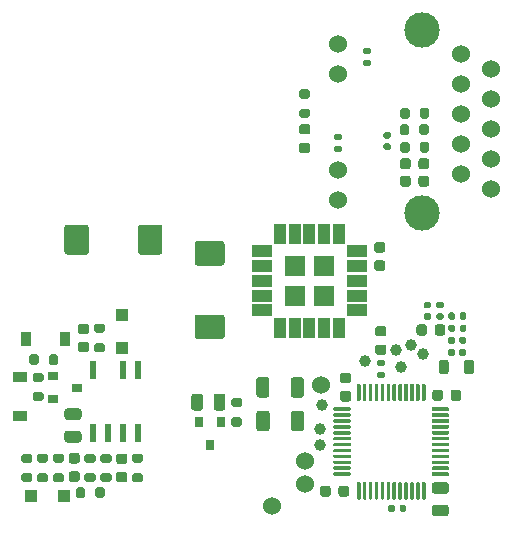
<source format=gbr>
%TF.GenerationSoftware,KiCad,Pcbnew,5.1.9+dfsg1-1*%
%TF.CreationDate,2022-11-11T12:06:48+03:00*%
%TF.ProjectId,Meteostation,4d657465-6f73-4746-9174-696f6e2e6b69,rev?*%
%TF.SameCoordinates,PX12b1280PY638dd70*%
%TF.FileFunction,Soldermask,Top*%
%TF.FilePolarity,Negative*%
%FSLAX46Y46*%
G04 Gerber Fmt 4.6, Leading zero omitted, Abs format (unit mm)*
G04 Created by KiCad (PCBNEW 5.1.9+dfsg1-1) date 2022-11-11 12:06:48*
%MOMM*%
%LPD*%
G01*
G04 APERTURE LIST*
%ADD10C,1.000000*%
%ADD11R,1.100000X1.100000*%
%ADD12R,1.800000X1.800000*%
%ADD13R,1.000000X1.700000*%
%ADD14R,1.700000X1.000000*%
%ADD15R,0.800000X0.900000*%
%ADD16C,3.000000*%
%ADD17C,1.524000*%
%ADD18R,0.600000X1.550000*%
%ADD19R,0.900000X0.800000*%
%ADD20R,1.200000X0.900000*%
%ADD21R,0.900000X1.200000*%
G04 APERTURE END LIST*
D10*
%TO.C,J14*%
X33380000Y15140000D03*
%TD*%
%TO.C,J9*%
X35650000Y14840000D03*
%TD*%
%TO.C,J8*%
X33800000Y13710000D03*
%TD*%
%TO.C,J5*%
X34610000Y15580000D03*
%TD*%
%TO.C,R4*%
G36*
G01*
X31895000Y13310000D02*
X32265000Y13310000D01*
G75*
G02*
X32400000Y13175000I0J-135000D01*
G01*
X32400000Y12905000D01*
G75*
G02*
X32265000Y12770000I-135000J0D01*
G01*
X31895000Y12770000D01*
G75*
G02*
X31760000Y12905000I0J135000D01*
G01*
X31760000Y13175000D01*
G75*
G02*
X31895000Y13310000I135000J0D01*
G01*
G37*
G36*
G01*
X31895000Y14330000D02*
X32265000Y14330000D01*
G75*
G02*
X32400000Y14195000I0J-135000D01*
G01*
X32400000Y13925000D01*
G75*
G02*
X32265000Y13790000I-135000J0D01*
G01*
X31895000Y13790000D01*
G75*
G02*
X31760000Y13925000I0J135000D01*
G01*
X31760000Y14195000D01*
G75*
G02*
X31895000Y14330000I135000J0D01*
G01*
G37*
%TD*%
%TO.C,R5*%
G36*
G01*
X24440000Y11384999D02*
X24440000Y12635001D01*
G75*
G02*
X24689999Y12885000I249999J0D01*
G01*
X25315001Y12885000D01*
G75*
G02*
X25565000Y12635001I0J-249999D01*
G01*
X25565000Y11384999D01*
G75*
G02*
X25315001Y11135000I-249999J0D01*
G01*
X24689999Y11135000D01*
G75*
G02*
X24440000Y11384999I0J249999D01*
G01*
G37*
G36*
G01*
X21515000Y11384999D02*
X21515000Y12635001D01*
G75*
G02*
X21764999Y12885000I249999J0D01*
G01*
X22390001Y12885000D01*
G75*
G02*
X22640000Y12635001I0J-249999D01*
G01*
X22640000Y11384999D01*
G75*
G02*
X22390001Y11135000I-249999J0D01*
G01*
X21764999Y11135000D01*
G75*
G02*
X21515000Y11384999I0J249999D01*
G01*
G37*
%TD*%
%TO.C,R29*%
G36*
G01*
X24452500Y8534999D02*
X24452500Y9785001D01*
G75*
G02*
X24702499Y10035000I249999J0D01*
G01*
X25327501Y10035000D01*
G75*
G02*
X25577500Y9785001I0J-249999D01*
G01*
X25577500Y8534999D01*
G75*
G02*
X25327501Y8285000I-249999J0D01*
G01*
X24702499Y8285000D01*
G75*
G02*
X24452500Y8534999I0J249999D01*
G01*
G37*
G36*
G01*
X21527500Y8534999D02*
X21527500Y9785001D01*
G75*
G02*
X21777499Y10035000I249999J0D01*
G01*
X22402501Y10035000D01*
G75*
G02*
X22652500Y9785001I0J-249999D01*
G01*
X22652500Y8534999D01*
G75*
G02*
X22402501Y8285000I-249999J0D01*
G01*
X21777499Y8285000D01*
G75*
G02*
X21527500Y8534999I0J249999D01*
G01*
G37*
%TD*%
%TO.C,J13*%
X27080000Y10510000D03*
%TD*%
%TO.C,J12*%
X30750000Y14215000D03*
%TD*%
%TO.C,J2*%
X26890000Y7110000D03*
%TD*%
%TO.C,J1*%
X26900000Y8500000D03*
%TD*%
%TO.C,R6*%
G36*
G01*
X20145000Y10345000D02*
X19595000Y10345000D01*
G75*
G02*
X19395000Y10545000I0J200000D01*
G01*
X19395000Y10945000D01*
G75*
G02*
X19595000Y11145000I200000J0D01*
G01*
X20145000Y11145000D01*
G75*
G02*
X20345000Y10945000I0J-200000D01*
G01*
X20345000Y10545000D01*
G75*
G02*
X20145000Y10345000I-200000J0D01*
G01*
G37*
G36*
G01*
X20145000Y8695000D02*
X19595000Y8695000D01*
G75*
G02*
X19395000Y8895000I0J200000D01*
G01*
X19395000Y9295000D01*
G75*
G02*
X19595000Y9495000I200000J0D01*
G01*
X20145000Y9495000D01*
G75*
G02*
X20345000Y9295000I0J-200000D01*
G01*
X20345000Y8895000D01*
G75*
G02*
X20145000Y8695000I-200000J0D01*
G01*
G37*
%TD*%
D11*
%TO.C,D13*%
X10150000Y15340000D03*
X10150000Y18140000D03*
%TD*%
%TO.C,D8*%
X5250000Y2840000D03*
X2450000Y2840000D03*
%TD*%
%TO.C,C32*%
G36*
G01*
X32220000Y23415000D02*
X31720000Y23415000D01*
G75*
G02*
X31495000Y23640000I0J225000D01*
G01*
X31495000Y24090000D01*
G75*
G02*
X31720000Y24315000I225000J0D01*
G01*
X32220000Y24315000D01*
G75*
G02*
X32445000Y24090000I0J-225000D01*
G01*
X32445000Y23640000D01*
G75*
G02*
X32220000Y23415000I-225000J0D01*
G01*
G37*
G36*
G01*
X32220000Y21865000D02*
X31720000Y21865000D01*
G75*
G02*
X31495000Y22090000I0J225000D01*
G01*
X31495000Y22540000D01*
G75*
G02*
X31720000Y22765000I225000J0D01*
G01*
X32220000Y22765000D01*
G75*
G02*
X32445000Y22540000I0J-225000D01*
G01*
X32445000Y22090000D01*
G75*
G02*
X32220000Y21865000I-225000J0D01*
G01*
G37*
%TD*%
%TO.C,C2*%
G36*
G01*
X17910000Y10285000D02*
X17910000Y11235000D01*
G75*
G02*
X18160000Y11485000I250000J0D01*
G01*
X18660000Y11485000D01*
G75*
G02*
X18910000Y11235000I0J-250000D01*
G01*
X18910000Y10285000D01*
G75*
G02*
X18660000Y10035000I-250000J0D01*
G01*
X18160000Y10035000D01*
G75*
G02*
X17910000Y10285000I0J250000D01*
G01*
G37*
G36*
G01*
X16010000Y10285000D02*
X16010000Y11235000D01*
G75*
G02*
X16260000Y11485000I250000J0D01*
G01*
X16760000Y11485000D01*
G75*
G02*
X17010000Y11235000I0J-250000D01*
G01*
X17010000Y10285000D01*
G75*
G02*
X16760000Y10035000I-250000J0D01*
G01*
X16260000Y10035000D01*
G75*
G02*
X16010000Y10285000I0J250000D01*
G01*
G37*
%TD*%
D12*
%TO.C,D15*%
X24770000Y22280000D03*
X24770000Y19780000D03*
X27270000Y19780000D03*
X27270000Y22280000D03*
D13*
X28520000Y25030000D03*
X27270000Y25030000D03*
X26020000Y25030000D03*
X24770000Y25030000D03*
X23520000Y25030000D03*
D14*
X22020000Y23530000D03*
X22020000Y22280000D03*
X22020000Y21030000D03*
X22020000Y19780000D03*
X22020000Y18530000D03*
D13*
X23520000Y17030000D03*
X24770000Y17030000D03*
X26020000Y17030000D03*
X27270000Y17030000D03*
X28520000Y17030000D03*
D14*
X30020000Y18530000D03*
X30020000Y19780000D03*
X30020000Y21030000D03*
X30020000Y22280000D03*
X30020000Y23530000D03*
%TD*%
%TO.C,C23*%
G36*
G01*
X36625000Y2090000D02*
X37575000Y2090000D01*
G75*
G02*
X37825000Y1840000I0J-250000D01*
G01*
X37825000Y1340000D01*
G75*
G02*
X37575000Y1090000I-250000J0D01*
G01*
X36625000Y1090000D01*
G75*
G02*
X36375000Y1340000I0J250000D01*
G01*
X36375000Y1840000D01*
G75*
G02*
X36625000Y2090000I250000J0D01*
G01*
G37*
G36*
G01*
X36625000Y3990000D02*
X37575000Y3990000D01*
G75*
G02*
X37825000Y3740000I0J-250000D01*
G01*
X37825000Y3240000D01*
G75*
G02*
X37575000Y2990000I-250000J0D01*
G01*
X36625000Y2990000D01*
G75*
G02*
X36375000Y3240000I0J250000D01*
G01*
X36375000Y3740000D01*
G75*
G02*
X36625000Y3990000I250000J0D01*
G01*
G37*
%TD*%
%TO.C,C11*%
G36*
G01*
X37975000Y11090000D02*
X37975000Y11590000D01*
G75*
G02*
X38200000Y11815000I225000J0D01*
G01*
X38650000Y11815000D01*
G75*
G02*
X38875000Y11590000I0J-225000D01*
G01*
X38875000Y11090000D01*
G75*
G02*
X38650000Y10865000I-225000J0D01*
G01*
X38200000Y10865000D01*
G75*
G02*
X37975000Y11090000I0J225000D01*
G01*
G37*
G36*
G01*
X36425000Y11090000D02*
X36425000Y11590000D01*
G75*
G02*
X36650000Y11815000I225000J0D01*
G01*
X37100000Y11815000D01*
G75*
G02*
X37325000Y11590000I0J-225000D01*
G01*
X37325000Y11090000D01*
G75*
G02*
X37100000Y10865000I-225000J0D01*
G01*
X36650000Y10865000D01*
G75*
G02*
X36425000Y11090000I0J225000D01*
G01*
G37*
%TD*%
%TO.C,U1*%
G36*
G01*
X29450000Y4515000D02*
X28125000Y4515000D01*
G75*
G02*
X28050000Y4590000I0J75000D01*
G01*
X28050000Y4740000D01*
G75*
G02*
X28125000Y4815000I75000J0D01*
G01*
X29450000Y4815000D01*
G75*
G02*
X29525000Y4740000I0J-75000D01*
G01*
X29525000Y4590000D01*
G75*
G02*
X29450000Y4515000I-75000J0D01*
G01*
G37*
G36*
G01*
X29450000Y5015000D02*
X28125000Y5015000D01*
G75*
G02*
X28050000Y5090000I0J75000D01*
G01*
X28050000Y5240000D01*
G75*
G02*
X28125000Y5315000I75000J0D01*
G01*
X29450000Y5315000D01*
G75*
G02*
X29525000Y5240000I0J-75000D01*
G01*
X29525000Y5090000D01*
G75*
G02*
X29450000Y5015000I-75000J0D01*
G01*
G37*
G36*
G01*
X29450000Y5515000D02*
X28125000Y5515000D01*
G75*
G02*
X28050000Y5590000I0J75000D01*
G01*
X28050000Y5740000D01*
G75*
G02*
X28125000Y5815000I75000J0D01*
G01*
X29450000Y5815000D01*
G75*
G02*
X29525000Y5740000I0J-75000D01*
G01*
X29525000Y5590000D01*
G75*
G02*
X29450000Y5515000I-75000J0D01*
G01*
G37*
G36*
G01*
X29450000Y6015000D02*
X28125000Y6015000D01*
G75*
G02*
X28050000Y6090000I0J75000D01*
G01*
X28050000Y6240000D01*
G75*
G02*
X28125000Y6315000I75000J0D01*
G01*
X29450000Y6315000D01*
G75*
G02*
X29525000Y6240000I0J-75000D01*
G01*
X29525000Y6090000D01*
G75*
G02*
X29450000Y6015000I-75000J0D01*
G01*
G37*
G36*
G01*
X29450000Y6515000D02*
X28125000Y6515000D01*
G75*
G02*
X28050000Y6590000I0J75000D01*
G01*
X28050000Y6740000D01*
G75*
G02*
X28125000Y6815000I75000J0D01*
G01*
X29450000Y6815000D01*
G75*
G02*
X29525000Y6740000I0J-75000D01*
G01*
X29525000Y6590000D01*
G75*
G02*
X29450000Y6515000I-75000J0D01*
G01*
G37*
G36*
G01*
X29450000Y7015000D02*
X28125000Y7015000D01*
G75*
G02*
X28050000Y7090000I0J75000D01*
G01*
X28050000Y7240000D01*
G75*
G02*
X28125000Y7315000I75000J0D01*
G01*
X29450000Y7315000D01*
G75*
G02*
X29525000Y7240000I0J-75000D01*
G01*
X29525000Y7090000D01*
G75*
G02*
X29450000Y7015000I-75000J0D01*
G01*
G37*
G36*
G01*
X29450000Y7515000D02*
X28125000Y7515000D01*
G75*
G02*
X28050000Y7590000I0J75000D01*
G01*
X28050000Y7740000D01*
G75*
G02*
X28125000Y7815000I75000J0D01*
G01*
X29450000Y7815000D01*
G75*
G02*
X29525000Y7740000I0J-75000D01*
G01*
X29525000Y7590000D01*
G75*
G02*
X29450000Y7515000I-75000J0D01*
G01*
G37*
G36*
G01*
X29450000Y8015000D02*
X28125000Y8015000D01*
G75*
G02*
X28050000Y8090000I0J75000D01*
G01*
X28050000Y8240000D01*
G75*
G02*
X28125000Y8315000I75000J0D01*
G01*
X29450000Y8315000D01*
G75*
G02*
X29525000Y8240000I0J-75000D01*
G01*
X29525000Y8090000D01*
G75*
G02*
X29450000Y8015000I-75000J0D01*
G01*
G37*
G36*
G01*
X29450000Y8515000D02*
X28125000Y8515000D01*
G75*
G02*
X28050000Y8590000I0J75000D01*
G01*
X28050000Y8740000D01*
G75*
G02*
X28125000Y8815000I75000J0D01*
G01*
X29450000Y8815000D01*
G75*
G02*
X29525000Y8740000I0J-75000D01*
G01*
X29525000Y8590000D01*
G75*
G02*
X29450000Y8515000I-75000J0D01*
G01*
G37*
G36*
G01*
X29450000Y9015000D02*
X28125000Y9015000D01*
G75*
G02*
X28050000Y9090000I0J75000D01*
G01*
X28050000Y9240000D01*
G75*
G02*
X28125000Y9315000I75000J0D01*
G01*
X29450000Y9315000D01*
G75*
G02*
X29525000Y9240000I0J-75000D01*
G01*
X29525000Y9090000D01*
G75*
G02*
X29450000Y9015000I-75000J0D01*
G01*
G37*
G36*
G01*
X29450000Y9515000D02*
X28125000Y9515000D01*
G75*
G02*
X28050000Y9590000I0J75000D01*
G01*
X28050000Y9740000D01*
G75*
G02*
X28125000Y9815000I75000J0D01*
G01*
X29450000Y9815000D01*
G75*
G02*
X29525000Y9740000I0J-75000D01*
G01*
X29525000Y9590000D01*
G75*
G02*
X29450000Y9515000I-75000J0D01*
G01*
G37*
G36*
G01*
X29450000Y10015000D02*
X28125000Y10015000D01*
G75*
G02*
X28050000Y10090000I0J75000D01*
G01*
X28050000Y10240000D01*
G75*
G02*
X28125000Y10315000I75000J0D01*
G01*
X29450000Y10315000D01*
G75*
G02*
X29525000Y10240000I0J-75000D01*
G01*
X29525000Y10090000D01*
G75*
G02*
X29450000Y10015000I-75000J0D01*
G01*
G37*
G36*
G01*
X30275000Y10840000D02*
X30125000Y10840000D01*
G75*
G02*
X30050000Y10915000I0J75000D01*
G01*
X30050000Y12240000D01*
G75*
G02*
X30125000Y12315000I75000J0D01*
G01*
X30275000Y12315000D01*
G75*
G02*
X30350000Y12240000I0J-75000D01*
G01*
X30350000Y10915000D01*
G75*
G02*
X30275000Y10840000I-75000J0D01*
G01*
G37*
G36*
G01*
X30775000Y10840000D02*
X30625000Y10840000D01*
G75*
G02*
X30550000Y10915000I0J75000D01*
G01*
X30550000Y12240000D01*
G75*
G02*
X30625000Y12315000I75000J0D01*
G01*
X30775000Y12315000D01*
G75*
G02*
X30850000Y12240000I0J-75000D01*
G01*
X30850000Y10915000D01*
G75*
G02*
X30775000Y10840000I-75000J0D01*
G01*
G37*
G36*
G01*
X31275000Y10840000D02*
X31125000Y10840000D01*
G75*
G02*
X31050000Y10915000I0J75000D01*
G01*
X31050000Y12240000D01*
G75*
G02*
X31125000Y12315000I75000J0D01*
G01*
X31275000Y12315000D01*
G75*
G02*
X31350000Y12240000I0J-75000D01*
G01*
X31350000Y10915000D01*
G75*
G02*
X31275000Y10840000I-75000J0D01*
G01*
G37*
G36*
G01*
X31775000Y10840000D02*
X31625000Y10840000D01*
G75*
G02*
X31550000Y10915000I0J75000D01*
G01*
X31550000Y12240000D01*
G75*
G02*
X31625000Y12315000I75000J0D01*
G01*
X31775000Y12315000D01*
G75*
G02*
X31850000Y12240000I0J-75000D01*
G01*
X31850000Y10915000D01*
G75*
G02*
X31775000Y10840000I-75000J0D01*
G01*
G37*
G36*
G01*
X32275000Y10840000D02*
X32125000Y10840000D01*
G75*
G02*
X32050000Y10915000I0J75000D01*
G01*
X32050000Y12240000D01*
G75*
G02*
X32125000Y12315000I75000J0D01*
G01*
X32275000Y12315000D01*
G75*
G02*
X32350000Y12240000I0J-75000D01*
G01*
X32350000Y10915000D01*
G75*
G02*
X32275000Y10840000I-75000J0D01*
G01*
G37*
G36*
G01*
X32775000Y10840000D02*
X32625000Y10840000D01*
G75*
G02*
X32550000Y10915000I0J75000D01*
G01*
X32550000Y12240000D01*
G75*
G02*
X32625000Y12315000I75000J0D01*
G01*
X32775000Y12315000D01*
G75*
G02*
X32850000Y12240000I0J-75000D01*
G01*
X32850000Y10915000D01*
G75*
G02*
X32775000Y10840000I-75000J0D01*
G01*
G37*
G36*
G01*
X33275000Y10840000D02*
X33125000Y10840000D01*
G75*
G02*
X33050000Y10915000I0J75000D01*
G01*
X33050000Y12240000D01*
G75*
G02*
X33125000Y12315000I75000J0D01*
G01*
X33275000Y12315000D01*
G75*
G02*
X33350000Y12240000I0J-75000D01*
G01*
X33350000Y10915000D01*
G75*
G02*
X33275000Y10840000I-75000J0D01*
G01*
G37*
G36*
G01*
X33775000Y10840000D02*
X33625000Y10840000D01*
G75*
G02*
X33550000Y10915000I0J75000D01*
G01*
X33550000Y12240000D01*
G75*
G02*
X33625000Y12315000I75000J0D01*
G01*
X33775000Y12315000D01*
G75*
G02*
X33850000Y12240000I0J-75000D01*
G01*
X33850000Y10915000D01*
G75*
G02*
X33775000Y10840000I-75000J0D01*
G01*
G37*
G36*
G01*
X34275000Y10840000D02*
X34125000Y10840000D01*
G75*
G02*
X34050000Y10915000I0J75000D01*
G01*
X34050000Y12240000D01*
G75*
G02*
X34125000Y12315000I75000J0D01*
G01*
X34275000Y12315000D01*
G75*
G02*
X34350000Y12240000I0J-75000D01*
G01*
X34350000Y10915000D01*
G75*
G02*
X34275000Y10840000I-75000J0D01*
G01*
G37*
G36*
G01*
X34775000Y10840000D02*
X34625000Y10840000D01*
G75*
G02*
X34550000Y10915000I0J75000D01*
G01*
X34550000Y12240000D01*
G75*
G02*
X34625000Y12315000I75000J0D01*
G01*
X34775000Y12315000D01*
G75*
G02*
X34850000Y12240000I0J-75000D01*
G01*
X34850000Y10915000D01*
G75*
G02*
X34775000Y10840000I-75000J0D01*
G01*
G37*
G36*
G01*
X35275000Y10840000D02*
X35125000Y10840000D01*
G75*
G02*
X35050000Y10915000I0J75000D01*
G01*
X35050000Y12240000D01*
G75*
G02*
X35125000Y12315000I75000J0D01*
G01*
X35275000Y12315000D01*
G75*
G02*
X35350000Y12240000I0J-75000D01*
G01*
X35350000Y10915000D01*
G75*
G02*
X35275000Y10840000I-75000J0D01*
G01*
G37*
G36*
G01*
X35775000Y10840000D02*
X35625000Y10840000D01*
G75*
G02*
X35550000Y10915000I0J75000D01*
G01*
X35550000Y12240000D01*
G75*
G02*
X35625000Y12315000I75000J0D01*
G01*
X35775000Y12315000D01*
G75*
G02*
X35850000Y12240000I0J-75000D01*
G01*
X35850000Y10915000D01*
G75*
G02*
X35775000Y10840000I-75000J0D01*
G01*
G37*
G36*
G01*
X37775000Y10015000D02*
X36450000Y10015000D01*
G75*
G02*
X36375000Y10090000I0J75000D01*
G01*
X36375000Y10240000D01*
G75*
G02*
X36450000Y10315000I75000J0D01*
G01*
X37775000Y10315000D01*
G75*
G02*
X37850000Y10240000I0J-75000D01*
G01*
X37850000Y10090000D01*
G75*
G02*
X37775000Y10015000I-75000J0D01*
G01*
G37*
G36*
G01*
X37775000Y9515000D02*
X36450000Y9515000D01*
G75*
G02*
X36375000Y9590000I0J75000D01*
G01*
X36375000Y9740000D01*
G75*
G02*
X36450000Y9815000I75000J0D01*
G01*
X37775000Y9815000D01*
G75*
G02*
X37850000Y9740000I0J-75000D01*
G01*
X37850000Y9590000D01*
G75*
G02*
X37775000Y9515000I-75000J0D01*
G01*
G37*
G36*
G01*
X37775000Y9015000D02*
X36450000Y9015000D01*
G75*
G02*
X36375000Y9090000I0J75000D01*
G01*
X36375000Y9240000D01*
G75*
G02*
X36450000Y9315000I75000J0D01*
G01*
X37775000Y9315000D01*
G75*
G02*
X37850000Y9240000I0J-75000D01*
G01*
X37850000Y9090000D01*
G75*
G02*
X37775000Y9015000I-75000J0D01*
G01*
G37*
G36*
G01*
X37775000Y8515000D02*
X36450000Y8515000D01*
G75*
G02*
X36375000Y8590000I0J75000D01*
G01*
X36375000Y8740000D01*
G75*
G02*
X36450000Y8815000I75000J0D01*
G01*
X37775000Y8815000D01*
G75*
G02*
X37850000Y8740000I0J-75000D01*
G01*
X37850000Y8590000D01*
G75*
G02*
X37775000Y8515000I-75000J0D01*
G01*
G37*
G36*
G01*
X37775000Y8015000D02*
X36450000Y8015000D01*
G75*
G02*
X36375000Y8090000I0J75000D01*
G01*
X36375000Y8240000D01*
G75*
G02*
X36450000Y8315000I75000J0D01*
G01*
X37775000Y8315000D01*
G75*
G02*
X37850000Y8240000I0J-75000D01*
G01*
X37850000Y8090000D01*
G75*
G02*
X37775000Y8015000I-75000J0D01*
G01*
G37*
G36*
G01*
X37775000Y7515000D02*
X36450000Y7515000D01*
G75*
G02*
X36375000Y7590000I0J75000D01*
G01*
X36375000Y7740000D01*
G75*
G02*
X36450000Y7815000I75000J0D01*
G01*
X37775000Y7815000D01*
G75*
G02*
X37850000Y7740000I0J-75000D01*
G01*
X37850000Y7590000D01*
G75*
G02*
X37775000Y7515000I-75000J0D01*
G01*
G37*
G36*
G01*
X37775000Y7015000D02*
X36450000Y7015000D01*
G75*
G02*
X36375000Y7090000I0J75000D01*
G01*
X36375000Y7240000D01*
G75*
G02*
X36450000Y7315000I75000J0D01*
G01*
X37775000Y7315000D01*
G75*
G02*
X37850000Y7240000I0J-75000D01*
G01*
X37850000Y7090000D01*
G75*
G02*
X37775000Y7015000I-75000J0D01*
G01*
G37*
G36*
G01*
X37775000Y6515000D02*
X36450000Y6515000D01*
G75*
G02*
X36375000Y6590000I0J75000D01*
G01*
X36375000Y6740000D01*
G75*
G02*
X36450000Y6815000I75000J0D01*
G01*
X37775000Y6815000D01*
G75*
G02*
X37850000Y6740000I0J-75000D01*
G01*
X37850000Y6590000D01*
G75*
G02*
X37775000Y6515000I-75000J0D01*
G01*
G37*
G36*
G01*
X37775000Y6015000D02*
X36450000Y6015000D01*
G75*
G02*
X36375000Y6090000I0J75000D01*
G01*
X36375000Y6240000D01*
G75*
G02*
X36450000Y6315000I75000J0D01*
G01*
X37775000Y6315000D01*
G75*
G02*
X37850000Y6240000I0J-75000D01*
G01*
X37850000Y6090000D01*
G75*
G02*
X37775000Y6015000I-75000J0D01*
G01*
G37*
G36*
G01*
X37775000Y5515000D02*
X36450000Y5515000D01*
G75*
G02*
X36375000Y5590000I0J75000D01*
G01*
X36375000Y5740000D01*
G75*
G02*
X36450000Y5815000I75000J0D01*
G01*
X37775000Y5815000D01*
G75*
G02*
X37850000Y5740000I0J-75000D01*
G01*
X37850000Y5590000D01*
G75*
G02*
X37775000Y5515000I-75000J0D01*
G01*
G37*
G36*
G01*
X37775000Y5015000D02*
X36450000Y5015000D01*
G75*
G02*
X36375000Y5090000I0J75000D01*
G01*
X36375000Y5240000D01*
G75*
G02*
X36450000Y5315000I75000J0D01*
G01*
X37775000Y5315000D01*
G75*
G02*
X37850000Y5240000I0J-75000D01*
G01*
X37850000Y5090000D01*
G75*
G02*
X37775000Y5015000I-75000J0D01*
G01*
G37*
G36*
G01*
X37775000Y4515000D02*
X36450000Y4515000D01*
G75*
G02*
X36375000Y4590000I0J75000D01*
G01*
X36375000Y4740000D01*
G75*
G02*
X36450000Y4815000I75000J0D01*
G01*
X37775000Y4815000D01*
G75*
G02*
X37850000Y4740000I0J-75000D01*
G01*
X37850000Y4590000D01*
G75*
G02*
X37775000Y4515000I-75000J0D01*
G01*
G37*
G36*
G01*
X35775000Y2515000D02*
X35625000Y2515000D01*
G75*
G02*
X35550000Y2590000I0J75000D01*
G01*
X35550000Y3915000D01*
G75*
G02*
X35625000Y3990000I75000J0D01*
G01*
X35775000Y3990000D01*
G75*
G02*
X35850000Y3915000I0J-75000D01*
G01*
X35850000Y2590000D01*
G75*
G02*
X35775000Y2515000I-75000J0D01*
G01*
G37*
G36*
G01*
X35275000Y2515000D02*
X35125000Y2515000D01*
G75*
G02*
X35050000Y2590000I0J75000D01*
G01*
X35050000Y3915000D01*
G75*
G02*
X35125000Y3990000I75000J0D01*
G01*
X35275000Y3990000D01*
G75*
G02*
X35350000Y3915000I0J-75000D01*
G01*
X35350000Y2590000D01*
G75*
G02*
X35275000Y2515000I-75000J0D01*
G01*
G37*
G36*
G01*
X34775000Y2515000D02*
X34625000Y2515000D01*
G75*
G02*
X34550000Y2590000I0J75000D01*
G01*
X34550000Y3915000D01*
G75*
G02*
X34625000Y3990000I75000J0D01*
G01*
X34775000Y3990000D01*
G75*
G02*
X34850000Y3915000I0J-75000D01*
G01*
X34850000Y2590000D01*
G75*
G02*
X34775000Y2515000I-75000J0D01*
G01*
G37*
G36*
G01*
X34275000Y2515000D02*
X34125000Y2515000D01*
G75*
G02*
X34050000Y2590000I0J75000D01*
G01*
X34050000Y3915000D01*
G75*
G02*
X34125000Y3990000I75000J0D01*
G01*
X34275000Y3990000D01*
G75*
G02*
X34350000Y3915000I0J-75000D01*
G01*
X34350000Y2590000D01*
G75*
G02*
X34275000Y2515000I-75000J0D01*
G01*
G37*
G36*
G01*
X33775000Y2515000D02*
X33625000Y2515000D01*
G75*
G02*
X33550000Y2590000I0J75000D01*
G01*
X33550000Y3915000D01*
G75*
G02*
X33625000Y3990000I75000J0D01*
G01*
X33775000Y3990000D01*
G75*
G02*
X33850000Y3915000I0J-75000D01*
G01*
X33850000Y2590000D01*
G75*
G02*
X33775000Y2515000I-75000J0D01*
G01*
G37*
G36*
G01*
X33275000Y2515000D02*
X33125000Y2515000D01*
G75*
G02*
X33050000Y2590000I0J75000D01*
G01*
X33050000Y3915000D01*
G75*
G02*
X33125000Y3990000I75000J0D01*
G01*
X33275000Y3990000D01*
G75*
G02*
X33350000Y3915000I0J-75000D01*
G01*
X33350000Y2590000D01*
G75*
G02*
X33275000Y2515000I-75000J0D01*
G01*
G37*
G36*
G01*
X32775000Y2515000D02*
X32625000Y2515000D01*
G75*
G02*
X32550000Y2590000I0J75000D01*
G01*
X32550000Y3915000D01*
G75*
G02*
X32625000Y3990000I75000J0D01*
G01*
X32775000Y3990000D01*
G75*
G02*
X32850000Y3915000I0J-75000D01*
G01*
X32850000Y2590000D01*
G75*
G02*
X32775000Y2515000I-75000J0D01*
G01*
G37*
G36*
G01*
X32275000Y2515000D02*
X32125000Y2515000D01*
G75*
G02*
X32050000Y2590000I0J75000D01*
G01*
X32050000Y3915000D01*
G75*
G02*
X32125000Y3990000I75000J0D01*
G01*
X32275000Y3990000D01*
G75*
G02*
X32350000Y3915000I0J-75000D01*
G01*
X32350000Y2590000D01*
G75*
G02*
X32275000Y2515000I-75000J0D01*
G01*
G37*
G36*
G01*
X31775000Y2515000D02*
X31625000Y2515000D01*
G75*
G02*
X31550000Y2590000I0J75000D01*
G01*
X31550000Y3915000D01*
G75*
G02*
X31625000Y3990000I75000J0D01*
G01*
X31775000Y3990000D01*
G75*
G02*
X31850000Y3915000I0J-75000D01*
G01*
X31850000Y2590000D01*
G75*
G02*
X31775000Y2515000I-75000J0D01*
G01*
G37*
G36*
G01*
X31275000Y2515000D02*
X31125000Y2515000D01*
G75*
G02*
X31050000Y2590000I0J75000D01*
G01*
X31050000Y3915000D01*
G75*
G02*
X31125000Y3990000I75000J0D01*
G01*
X31275000Y3990000D01*
G75*
G02*
X31350000Y3915000I0J-75000D01*
G01*
X31350000Y2590000D01*
G75*
G02*
X31275000Y2515000I-75000J0D01*
G01*
G37*
G36*
G01*
X30775000Y2515000D02*
X30625000Y2515000D01*
G75*
G02*
X30550000Y2590000I0J75000D01*
G01*
X30550000Y3915000D01*
G75*
G02*
X30625000Y3990000I75000J0D01*
G01*
X30775000Y3990000D01*
G75*
G02*
X30850000Y3915000I0J-75000D01*
G01*
X30850000Y2590000D01*
G75*
G02*
X30775000Y2515000I-75000J0D01*
G01*
G37*
G36*
G01*
X30275000Y2515000D02*
X30125000Y2515000D01*
G75*
G02*
X30050000Y2590000I0J75000D01*
G01*
X30050000Y3915000D01*
G75*
G02*
X30125000Y3990000I75000J0D01*
G01*
X30275000Y3990000D01*
G75*
G02*
X30350000Y3915000I0J-75000D01*
G01*
X30350000Y2590000D01*
G75*
G02*
X30275000Y2515000I-75000J0D01*
G01*
G37*
%TD*%
D15*
%TO.C,Q2*%
X17600000Y7090000D03*
X16650000Y9090000D03*
X18550000Y9090000D03*
%TD*%
%TO.C,C18*%
G36*
G01*
X16545000Y18175000D02*
X18595000Y18175000D01*
G75*
G02*
X18845000Y17925000I0J-250000D01*
G01*
X18845000Y16350000D01*
G75*
G02*
X18595000Y16100000I-250000J0D01*
G01*
X16545000Y16100000D01*
G75*
G02*
X16295000Y16350000I0J250000D01*
G01*
X16295000Y17925000D01*
G75*
G02*
X16545000Y18175000I250000J0D01*
G01*
G37*
G36*
G01*
X16545000Y24400000D02*
X18595000Y24400000D01*
G75*
G02*
X18845000Y24150000I0J-250000D01*
G01*
X18845000Y22575000D01*
G75*
G02*
X18595000Y22325000I-250000J0D01*
G01*
X16545000Y22325000D01*
G75*
G02*
X16295000Y22575000I0J250000D01*
G01*
X16295000Y24150000D01*
G75*
G02*
X16545000Y24400000I250000J0D01*
G01*
G37*
%TD*%
%TO.C,C13*%
G36*
G01*
X27825000Y3465000D02*
X27825000Y2965000D01*
G75*
G02*
X27600000Y2740000I-225000J0D01*
G01*
X27150000Y2740000D01*
G75*
G02*
X26925000Y2965000I0J225000D01*
G01*
X26925000Y3465000D01*
G75*
G02*
X27150000Y3690000I225000J0D01*
G01*
X27600000Y3690000D01*
G75*
G02*
X27825000Y3465000I0J-225000D01*
G01*
G37*
G36*
G01*
X29375000Y3465000D02*
X29375000Y2965000D01*
G75*
G02*
X29150000Y2740000I-225000J0D01*
G01*
X28700000Y2740000D01*
G75*
G02*
X28475000Y2965000I0J225000D01*
G01*
X28475000Y3465000D01*
G75*
G02*
X28700000Y3690000I225000J0D01*
G01*
X29150000Y3690000D01*
G75*
G02*
X29375000Y3465000I0J-225000D01*
G01*
G37*
%TD*%
%TO.C,C9*%
G36*
G01*
X29330000Y12355000D02*
X28830000Y12355000D01*
G75*
G02*
X28605000Y12580000I0J225000D01*
G01*
X28605000Y13030000D01*
G75*
G02*
X28830000Y13255000I225000J0D01*
G01*
X29330000Y13255000D01*
G75*
G02*
X29555000Y13030000I0J-225000D01*
G01*
X29555000Y12580000D01*
G75*
G02*
X29330000Y12355000I-225000J0D01*
G01*
G37*
G36*
G01*
X29330000Y10805000D02*
X28830000Y10805000D01*
G75*
G02*
X28605000Y11030000I0J225000D01*
G01*
X28605000Y11480000D01*
G75*
G02*
X28830000Y11705000I225000J0D01*
G01*
X29330000Y11705000D01*
G75*
G02*
X29555000Y11480000I0J-225000D01*
G01*
X29555000Y11030000D01*
G75*
G02*
X29330000Y10805000I-225000J0D01*
G01*
G37*
%TD*%
D16*
%TO.C,T1*%
X35575000Y42235000D03*
X35575000Y26745000D03*
D17*
X28445000Y38575000D03*
X28445000Y41115000D03*
X28445000Y30405000D03*
X28445000Y27865000D03*
X38875000Y30045000D03*
X38875000Y32585000D03*
X38875000Y35125000D03*
X38875000Y37665000D03*
X38875000Y40205000D03*
X41415000Y28775000D03*
X41415000Y31315000D03*
X41415000Y33855000D03*
X41415000Y36395000D03*
X41415000Y38935000D03*
%TD*%
%TO.C,R15*%
G36*
G01*
X25895000Y36465000D02*
X25345000Y36465000D01*
G75*
G02*
X25145000Y36665000I0J200000D01*
G01*
X25145000Y37065000D01*
G75*
G02*
X25345000Y37265000I200000J0D01*
G01*
X25895000Y37265000D01*
G75*
G02*
X26095000Y37065000I0J-200000D01*
G01*
X26095000Y36665000D01*
G75*
G02*
X25895000Y36465000I-200000J0D01*
G01*
G37*
G36*
G01*
X25895000Y34815000D02*
X25345000Y34815000D01*
G75*
G02*
X25145000Y35015000I0J200000D01*
G01*
X25145000Y35415000D01*
G75*
G02*
X25345000Y35615000I200000J0D01*
G01*
X25895000Y35615000D01*
G75*
G02*
X26095000Y35415000I0J-200000D01*
G01*
X26095000Y35015000D01*
G75*
G02*
X25895000Y34815000I-200000J0D01*
G01*
G37*
%TD*%
%TO.C,D5*%
G36*
G01*
X25876250Y33420000D02*
X25363750Y33420000D01*
G75*
G02*
X25145000Y33638750I0J218750D01*
G01*
X25145000Y34076250D01*
G75*
G02*
X25363750Y34295000I218750J0D01*
G01*
X25876250Y34295000D01*
G75*
G02*
X26095000Y34076250I0J-218750D01*
G01*
X26095000Y33638750D01*
G75*
G02*
X25876250Y33420000I-218750J0D01*
G01*
G37*
G36*
G01*
X25876250Y31845000D02*
X25363750Y31845000D01*
G75*
G02*
X25145000Y32063750I0J218750D01*
G01*
X25145000Y32501250D01*
G75*
G02*
X25363750Y32720000I218750J0D01*
G01*
X25876250Y32720000D01*
G75*
G02*
X26095000Y32501250I0J-218750D01*
G01*
X26095000Y32063750D01*
G75*
G02*
X25876250Y31845000I-218750J0D01*
G01*
G37*
%TD*%
%TO.C,R24*%
G36*
G01*
X2775000Y11615000D02*
X3325000Y11615000D01*
G75*
G02*
X3525000Y11415000I0J-200000D01*
G01*
X3525000Y11015000D01*
G75*
G02*
X3325000Y10815000I-200000J0D01*
G01*
X2775000Y10815000D01*
G75*
G02*
X2575000Y11015000I0J200000D01*
G01*
X2575000Y11415000D01*
G75*
G02*
X2775000Y11615000I200000J0D01*
G01*
G37*
G36*
G01*
X2775000Y13265000D02*
X3325000Y13265000D01*
G75*
G02*
X3525000Y13065000I0J-200000D01*
G01*
X3525000Y12665000D01*
G75*
G02*
X3325000Y12465000I-200000J0D01*
G01*
X2775000Y12465000D01*
G75*
G02*
X2575000Y12665000I0J200000D01*
G01*
X2575000Y13065000D01*
G75*
G02*
X2775000Y13265000I200000J0D01*
G01*
G37*
%TD*%
D18*
%TO.C,D11*%
X7695000Y13515000D03*
X10235000Y13515000D03*
X11505000Y13515000D03*
X11505000Y8115000D03*
X10235000Y8115000D03*
X8965000Y8115000D03*
X7695000Y8115000D03*
%TD*%
%TO.C,C5*%
G36*
G01*
X33250000Y1935000D02*
X33250000Y1595000D01*
G75*
G02*
X33110000Y1455000I-140000J0D01*
G01*
X32830000Y1455000D01*
G75*
G02*
X32690000Y1595000I0J140000D01*
G01*
X32690000Y1935000D01*
G75*
G02*
X32830000Y2075000I140000J0D01*
G01*
X33110000Y2075000D01*
G75*
G02*
X33250000Y1935000I0J-140000D01*
G01*
G37*
G36*
G01*
X34210000Y1935000D02*
X34210000Y1595000D01*
G75*
G02*
X34070000Y1455000I-140000J0D01*
G01*
X33790000Y1455000D01*
G75*
G02*
X33650000Y1595000I0J140000D01*
G01*
X33650000Y1935000D01*
G75*
G02*
X33790000Y2075000I140000J0D01*
G01*
X34070000Y2075000D01*
G75*
G02*
X34210000Y1935000I0J-140000D01*
G01*
G37*
%TD*%
%TO.C,C33*%
G36*
G01*
X5863300Y4907600D02*
X6363300Y4907600D01*
G75*
G02*
X6588300Y4682600I0J-225000D01*
G01*
X6588300Y4232600D01*
G75*
G02*
X6363300Y4007600I-225000J0D01*
G01*
X5863300Y4007600D01*
G75*
G02*
X5638300Y4232600I0J225000D01*
G01*
X5638300Y4682600D01*
G75*
G02*
X5863300Y4907600I225000J0D01*
G01*
G37*
G36*
G01*
X5863300Y6457600D02*
X6363300Y6457600D01*
G75*
G02*
X6588300Y6232600I0J-225000D01*
G01*
X6588300Y5782600D01*
G75*
G02*
X6363300Y5557600I-225000J0D01*
G01*
X5863300Y5557600D01*
G75*
G02*
X5638300Y5782600I0J225000D01*
G01*
X5638300Y6232600D01*
G75*
G02*
X5863300Y6457600I225000J0D01*
G01*
G37*
%TD*%
%TO.C,R18*%
G36*
G01*
X34500000Y32615000D02*
X34500000Y32065000D01*
G75*
G02*
X34300000Y31865000I-200000J0D01*
G01*
X33900000Y31865000D01*
G75*
G02*
X33700000Y32065000I0J200000D01*
G01*
X33700000Y32615000D01*
G75*
G02*
X33900000Y32815000I200000J0D01*
G01*
X34300000Y32815000D01*
G75*
G02*
X34500000Y32615000I0J-200000D01*
G01*
G37*
G36*
G01*
X36150000Y32615000D02*
X36150000Y32065000D01*
G75*
G02*
X35950000Y31865000I-200000J0D01*
G01*
X35550000Y31865000D01*
G75*
G02*
X35350000Y32065000I0J200000D01*
G01*
X35350000Y32615000D01*
G75*
G02*
X35550000Y32815000I200000J0D01*
G01*
X35950000Y32815000D01*
G75*
G02*
X36150000Y32615000I0J-200000D01*
G01*
G37*
%TD*%
%TO.C,R10*%
G36*
G01*
X34475000Y34090000D02*
X34475000Y33540000D01*
G75*
G02*
X34275000Y33340000I-200000J0D01*
G01*
X33875000Y33340000D01*
G75*
G02*
X33675000Y33540000I0J200000D01*
G01*
X33675000Y34090000D01*
G75*
G02*
X33875000Y34290000I200000J0D01*
G01*
X34275000Y34290000D01*
G75*
G02*
X34475000Y34090000I0J-200000D01*
G01*
G37*
G36*
G01*
X36125000Y34090000D02*
X36125000Y33540000D01*
G75*
G02*
X35925000Y33340000I-200000J0D01*
G01*
X35525000Y33340000D01*
G75*
G02*
X35325000Y33540000I0J200000D01*
G01*
X35325000Y34090000D01*
G75*
G02*
X35525000Y34290000I200000J0D01*
G01*
X35925000Y34290000D01*
G75*
G02*
X36125000Y34090000I0J-200000D01*
G01*
G37*
%TD*%
%TO.C,R9*%
G36*
G01*
X34500000Y35490000D02*
X34500000Y34940000D01*
G75*
G02*
X34300000Y34740000I-200000J0D01*
G01*
X33900000Y34740000D01*
G75*
G02*
X33700000Y34940000I0J200000D01*
G01*
X33700000Y35490000D01*
G75*
G02*
X33900000Y35690000I200000J0D01*
G01*
X34300000Y35690000D01*
G75*
G02*
X34500000Y35490000I0J-200000D01*
G01*
G37*
G36*
G01*
X36150000Y35490000D02*
X36150000Y34940000D01*
G75*
G02*
X35950000Y34740000I-200000J0D01*
G01*
X35550000Y34740000D01*
G75*
G02*
X35350000Y34940000I0J200000D01*
G01*
X35350000Y35490000D01*
G75*
G02*
X35550000Y35690000I200000J0D01*
G01*
X35950000Y35690000D01*
G75*
G02*
X36150000Y35490000I0J-200000D01*
G01*
G37*
%TD*%
%TO.C,C20*%
G36*
G01*
X34600000Y31190000D02*
X34600000Y30690000D01*
G75*
G02*
X34375000Y30465000I-225000J0D01*
G01*
X33925000Y30465000D01*
G75*
G02*
X33700000Y30690000I0J225000D01*
G01*
X33700000Y31190000D01*
G75*
G02*
X33925000Y31415000I225000J0D01*
G01*
X34375000Y31415000D01*
G75*
G02*
X34600000Y31190000I0J-225000D01*
G01*
G37*
G36*
G01*
X36150000Y31190000D02*
X36150000Y30690000D01*
G75*
G02*
X35925000Y30465000I-225000J0D01*
G01*
X35475000Y30465000D01*
G75*
G02*
X35250000Y30690000I0J225000D01*
G01*
X35250000Y31190000D01*
G75*
G02*
X35475000Y31415000I225000J0D01*
G01*
X35925000Y31415000D01*
G75*
G02*
X36150000Y31190000I0J-225000D01*
G01*
G37*
%TD*%
%TO.C,C16*%
G36*
G01*
X35250000Y29215000D02*
X35250000Y29715000D01*
G75*
G02*
X35475000Y29940000I225000J0D01*
G01*
X35925000Y29940000D01*
G75*
G02*
X36150000Y29715000I0J-225000D01*
G01*
X36150000Y29215000D01*
G75*
G02*
X35925000Y28990000I-225000J0D01*
G01*
X35475000Y28990000D01*
G75*
G02*
X35250000Y29215000I0J225000D01*
G01*
G37*
G36*
G01*
X33700000Y29215000D02*
X33700000Y29715000D01*
G75*
G02*
X33925000Y29940000I225000J0D01*
G01*
X34375000Y29940000D01*
G75*
G02*
X34600000Y29715000I0J-225000D01*
G01*
X34600000Y29215000D01*
G75*
G02*
X34375000Y28990000I-225000J0D01*
G01*
X33925000Y28990000D01*
G75*
G02*
X33700000Y29215000I0J225000D01*
G01*
G37*
%TD*%
%TO.C,C43*%
G36*
G01*
X38350000Y17185000D02*
X38350000Y16845000D01*
G75*
G02*
X38210000Y16705000I-140000J0D01*
G01*
X37930000Y16705000D01*
G75*
G02*
X37790000Y16845000I0J140000D01*
G01*
X37790000Y17185000D01*
G75*
G02*
X37930000Y17325000I140000J0D01*
G01*
X38210000Y17325000D01*
G75*
G02*
X38350000Y17185000I0J-140000D01*
G01*
G37*
G36*
G01*
X39310000Y17185000D02*
X39310000Y16845000D01*
G75*
G02*
X39170000Y16705000I-140000J0D01*
G01*
X38890000Y16705000D01*
G75*
G02*
X38750000Y16845000I0J140000D01*
G01*
X38750000Y17185000D01*
G75*
G02*
X38890000Y17325000I140000J0D01*
G01*
X39170000Y17325000D01*
G75*
G02*
X39310000Y17185000I0J-140000D01*
G01*
G37*
%TD*%
%TO.C,C15*%
G36*
G01*
X35975000Y17115000D02*
X35975000Y16615000D01*
G75*
G02*
X35750000Y16390000I-225000J0D01*
G01*
X35300000Y16390000D01*
G75*
G02*
X35075000Y16615000I0J225000D01*
G01*
X35075000Y17115000D01*
G75*
G02*
X35300000Y17340000I225000J0D01*
G01*
X35750000Y17340000D01*
G75*
G02*
X35975000Y17115000I0J-225000D01*
G01*
G37*
G36*
G01*
X37525000Y17115000D02*
X37525000Y16615000D01*
G75*
G02*
X37300000Y16390000I-225000J0D01*
G01*
X36850000Y16390000D01*
G75*
G02*
X36625000Y16615000I0J225000D01*
G01*
X36625000Y17115000D01*
G75*
G02*
X36850000Y17340000I225000J0D01*
G01*
X37300000Y17340000D01*
G75*
G02*
X37525000Y17115000I0J-225000D01*
G01*
G37*
%TD*%
%TO.C,C38*%
G36*
G01*
X36905000Y18290000D02*
X37245000Y18290000D01*
G75*
G02*
X37385000Y18150000I0J-140000D01*
G01*
X37385000Y17870000D01*
G75*
G02*
X37245000Y17730000I-140000J0D01*
G01*
X36905000Y17730000D01*
G75*
G02*
X36765000Y17870000I0J140000D01*
G01*
X36765000Y18150000D01*
G75*
G02*
X36905000Y18290000I140000J0D01*
G01*
G37*
G36*
G01*
X36905000Y19250000D02*
X37245000Y19250000D01*
G75*
G02*
X37385000Y19110000I0J-140000D01*
G01*
X37385000Y18830000D01*
G75*
G02*
X37245000Y18690000I-140000J0D01*
G01*
X36905000Y18690000D01*
G75*
G02*
X36765000Y18830000I0J140000D01*
G01*
X36765000Y19110000D01*
G75*
G02*
X36905000Y19250000I140000J0D01*
G01*
G37*
%TD*%
%TO.C,C35*%
G36*
G01*
X38325000Y16160000D02*
X38325000Y15820000D01*
G75*
G02*
X38185000Y15680000I-140000J0D01*
G01*
X37905000Y15680000D01*
G75*
G02*
X37765000Y15820000I0J140000D01*
G01*
X37765000Y16160000D01*
G75*
G02*
X37905000Y16300000I140000J0D01*
G01*
X38185000Y16300000D01*
G75*
G02*
X38325000Y16160000I0J-140000D01*
G01*
G37*
G36*
G01*
X39285000Y16160000D02*
X39285000Y15820000D01*
G75*
G02*
X39145000Y15680000I-140000J0D01*
G01*
X38865000Y15680000D01*
G75*
G02*
X38725000Y15820000I0J140000D01*
G01*
X38725000Y16160000D01*
G75*
G02*
X38865000Y16300000I140000J0D01*
G01*
X39145000Y16300000D01*
G75*
G02*
X39285000Y16160000I0J-140000D01*
G01*
G37*
%TD*%
%TO.C,C31*%
G36*
G01*
X38325000Y15135000D02*
X38325000Y14795000D01*
G75*
G02*
X38185000Y14655000I-140000J0D01*
G01*
X37905000Y14655000D01*
G75*
G02*
X37765000Y14795000I0J140000D01*
G01*
X37765000Y15135000D01*
G75*
G02*
X37905000Y15275000I140000J0D01*
G01*
X38185000Y15275000D01*
G75*
G02*
X38325000Y15135000I0J-140000D01*
G01*
G37*
G36*
G01*
X39285000Y15135000D02*
X39285000Y14795000D01*
G75*
G02*
X39145000Y14655000I-140000J0D01*
G01*
X38865000Y14655000D01*
G75*
G02*
X38725000Y14795000I0J140000D01*
G01*
X38725000Y15135000D01*
G75*
G02*
X38865000Y15275000I140000J0D01*
G01*
X39145000Y15275000D01*
G75*
G02*
X39285000Y15135000I0J-140000D01*
G01*
G37*
%TD*%
%TO.C,C28*%
G36*
G01*
X38350000Y18210000D02*
X38350000Y17870000D01*
G75*
G02*
X38210000Y17730000I-140000J0D01*
G01*
X37930000Y17730000D01*
G75*
G02*
X37790000Y17870000I0J140000D01*
G01*
X37790000Y18210000D01*
G75*
G02*
X37930000Y18350000I140000J0D01*
G01*
X38210000Y18350000D01*
G75*
G02*
X38350000Y18210000I0J-140000D01*
G01*
G37*
G36*
G01*
X39310000Y18210000D02*
X39310000Y17870000D01*
G75*
G02*
X39170000Y17730000I-140000J0D01*
G01*
X38890000Y17730000D01*
G75*
G02*
X38750000Y17870000I0J140000D01*
G01*
X38750000Y18210000D01*
G75*
G02*
X38890000Y18350000I140000J0D01*
G01*
X39170000Y18350000D01*
G75*
G02*
X39310000Y18210000I0J-140000D01*
G01*
G37*
%TD*%
%TO.C,C27*%
G36*
G01*
X35830000Y18290000D02*
X36170000Y18290000D01*
G75*
G02*
X36310000Y18150000I0J-140000D01*
G01*
X36310000Y17870000D01*
G75*
G02*
X36170000Y17730000I-140000J0D01*
G01*
X35830000Y17730000D01*
G75*
G02*
X35690000Y17870000I0J140000D01*
G01*
X35690000Y18150000D01*
G75*
G02*
X35830000Y18290000I140000J0D01*
G01*
G37*
G36*
G01*
X35830000Y19250000D02*
X36170000Y19250000D01*
G75*
G02*
X36310000Y19110000I0J-140000D01*
G01*
X36310000Y18830000D01*
G75*
G02*
X36170000Y18690000I-140000J0D01*
G01*
X35830000Y18690000D01*
G75*
G02*
X35690000Y18830000I0J140000D01*
G01*
X35690000Y19110000D01*
G75*
G02*
X35830000Y19250000I140000J0D01*
G01*
G37*
%TD*%
%TO.C,R2*%
G36*
G01*
X28615000Y32930000D02*
X28245000Y32930000D01*
G75*
G02*
X28110000Y33065000I0J135000D01*
G01*
X28110000Y33335000D01*
G75*
G02*
X28245000Y33470000I135000J0D01*
G01*
X28615000Y33470000D01*
G75*
G02*
X28750000Y33335000I0J-135000D01*
G01*
X28750000Y33065000D01*
G75*
G02*
X28615000Y32930000I-135000J0D01*
G01*
G37*
G36*
G01*
X28615000Y31910000D02*
X28245000Y31910000D01*
G75*
G02*
X28110000Y32045000I0J135000D01*
G01*
X28110000Y32315000D01*
G75*
G02*
X28245000Y32450000I135000J0D01*
G01*
X28615000Y32450000D01*
G75*
G02*
X28750000Y32315000I0J-135000D01*
G01*
X28750000Y32045000D01*
G75*
G02*
X28615000Y31910000I-135000J0D01*
G01*
G37*
%TD*%
%TO.C,C39*%
G36*
G01*
X32770000Y33065000D02*
X32430000Y33065000D01*
G75*
G02*
X32290000Y33205000I0J140000D01*
G01*
X32290000Y33485000D01*
G75*
G02*
X32430000Y33625000I140000J0D01*
G01*
X32770000Y33625000D01*
G75*
G02*
X32910000Y33485000I0J-140000D01*
G01*
X32910000Y33205000D01*
G75*
G02*
X32770000Y33065000I-140000J0D01*
G01*
G37*
G36*
G01*
X32770000Y32105000D02*
X32430000Y32105000D01*
G75*
G02*
X32290000Y32245000I0J140000D01*
G01*
X32290000Y32525000D01*
G75*
G02*
X32430000Y32665000I140000J0D01*
G01*
X32770000Y32665000D01*
G75*
G02*
X32910000Y32525000I0J-140000D01*
G01*
X32910000Y32245000D01*
G75*
G02*
X32770000Y32105000I-140000J0D01*
G01*
G37*
%TD*%
%TO.C,R3*%
G36*
G01*
X30695000Y39740000D02*
X31065000Y39740000D01*
G75*
G02*
X31200000Y39605000I0J-135000D01*
G01*
X31200000Y39335000D01*
G75*
G02*
X31065000Y39200000I-135000J0D01*
G01*
X30695000Y39200000D01*
G75*
G02*
X30560000Y39335000I0J135000D01*
G01*
X30560000Y39605000D01*
G75*
G02*
X30695000Y39740000I135000J0D01*
G01*
G37*
G36*
G01*
X30695000Y40760000D02*
X31065000Y40760000D01*
G75*
G02*
X31200000Y40625000I0J-135000D01*
G01*
X31200000Y40355000D01*
G75*
G02*
X31065000Y40220000I-135000J0D01*
G01*
X30695000Y40220000D01*
G75*
G02*
X30560000Y40355000I0J135000D01*
G01*
X30560000Y40625000D01*
G75*
G02*
X30695000Y40760000I135000J0D01*
G01*
G37*
%TD*%
%TO.C,D4*%
G36*
G01*
X31803750Y15630000D02*
X32316250Y15630000D01*
G75*
G02*
X32535000Y15411250I0J-218750D01*
G01*
X32535000Y14973750D01*
G75*
G02*
X32316250Y14755000I-218750J0D01*
G01*
X31803750Y14755000D01*
G75*
G02*
X31585000Y14973750I0J218750D01*
G01*
X31585000Y15411250D01*
G75*
G02*
X31803750Y15630000I218750J0D01*
G01*
G37*
G36*
G01*
X31803750Y17205000D02*
X32316250Y17205000D01*
G75*
G02*
X32535000Y16986250I0J-218750D01*
G01*
X32535000Y16548750D01*
G75*
G02*
X32316250Y16330000I-218750J0D01*
G01*
X31803750Y16330000D01*
G75*
G02*
X31585000Y16548750I0J218750D01*
G01*
X31585000Y16986250D01*
G75*
G02*
X31803750Y17205000I218750J0D01*
G01*
G37*
%TD*%
D17*
%TO.C,J7*%
X22810000Y1980000D03*
%TD*%
%TO.C,J6*%
X27030000Y12200000D03*
%TD*%
%TO.C,J4*%
X25660000Y3840000D03*
%TD*%
%TO.C,J3*%
X25660000Y5780000D03*
%TD*%
%TO.C,C50*%
G36*
G01*
X7350000Y25540000D02*
X7350000Y23490000D01*
G75*
G02*
X7100000Y23240000I-250000J0D01*
G01*
X5525000Y23240000D01*
G75*
G02*
X5275000Y23490000I0J250000D01*
G01*
X5275000Y25540000D01*
G75*
G02*
X5525000Y25790000I250000J0D01*
G01*
X7100000Y25790000D01*
G75*
G02*
X7350000Y25540000I0J-250000D01*
G01*
G37*
G36*
G01*
X13575000Y25540000D02*
X13575000Y23490000D01*
G75*
G02*
X13325000Y23240000I-250000J0D01*
G01*
X11750000Y23240000D01*
G75*
G02*
X11500000Y23490000I0J250000D01*
G01*
X11500000Y25540000D01*
G75*
G02*
X11750000Y25790000I250000J0D01*
G01*
X13325000Y25790000D01*
G75*
G02*
X13575000Y25540000I0J-250000D01*
G01*
G37*
%TD*%
%TO.C,R21*%
G36*
G01*
X7724168Y5610900D02*
X7174168Y5610900D01*
G75*
G02*
X6974168Y5810900I0J200000D01*
G01*
X6974168Y6210900D01*
G75*
G02*
X7174168Y6410900I200000J0D01*
G01*
X7724168Y6410900D01*
G75*
G02*
X7924168Y6210900I0J-200000D01*
G01*
X7924168Y5810900D01*
G75*
G02*
X7724168Y5610900I-200000J0D01*
G01*
G37*
G36*
G01*
X7724168Y3960900D02*
X7174168Y3960900D01*
G75*
G02*
X6974168Y4160900I0J200000D01*
G01*
X6974168Y4560900D01*
G75*
G02*
X7174168Y4760900I200000J0D01*
G01*
X7724168Y4760900D01*
G75*
G02*
X7924168Y4560900I0J-200000D01*
G01*
X7924168Y4160900D01*
G75*
G02*
X7724168Y3960900I-200000J0D01*
G01*
G37*
%TD*%
%TO.C,R28*%
G36*
G01*
X11190994Y4760900D02*
X11740994Y4760900D01*
G75*
G02*
X11940994Y4560900I0J-200000D01*
G01*
X11940994Y4160900D01*
G75*
G02*
X11740994Y3960900I-200000J0D01*
G01*
X11190994Y3960900D01*
G75*
G02*
X10990994Y4160900I0J200000D01*
G01*
X10990994Y4560900D01*
G75*
G02*
X11190994Y4760900I200000J0D01*
G01*
G37*
G36*
G01*
X11190994Y6410900D02*
X11740994Y6410900D01*
G75*
G02*
X11940994Y6210900I0J-200000D01*
G01*
X11940994Y5810900D01*
G75*
G02*
X11740994Y5610900I-200000J0D01*
G01*
X11190994Y5610900D01*
G75*
G02*
X10990994Y5810900I0J200000D01*
G01*
X10990994Y6210900D01*
G75*
G02*
X11190994Y6410900I200000J0D01*
G01*
G37*
%TD*%
%TO.C,R22*%
G36*
G01*
X8513110Y4760900D02*
X9063110Y4760900D01*
G75*
G02*
X9263110Y4560900I0J-200000D01*
G01*
X9263110Y4160900D01*
G75*
G02*
X9063110Y3960900I-200000J0D01*
G01*
X8513110Y3960900D01*
G75*
G02*
X8313110Y4160900I0J200000D01*
G01*
X8313110Y4560900D01*
G75*
G02*
X8513110Y4760900I200000J0D01*
G01*
G37*
G36*
G01*
X8513110Y6410900D02*
X9063110Y6410900D01*
G75*
G02*
X9263110Y6210900I0J-200000D01*
G01*
X9263110Y5810900D01*
G75*
G02*
X9063110Y5610900I-200000J0D01*
G01*
X8513110Y5610900D01*
G75*
G02*
X8313110Y5810900I0J200000D01*
G01*
X8313110Y6210900D01*
G75*
G02*
X8513110Y6410900I200000J0D01*
G01*
G37*
%TD*%
%TO.C,R30*%
G36*
G01*
X2368400Y5610900D02*
X1818400Y5610900D01*
G75*
G02*
X1618400Y5810900I0J200000D01*
G01*
X1618400Y6210900D01*
G75*
G02*
X1818400Y6410900I200000J0D01*
G01*
X2368400Y6410900D01*
G75*
G02*
X2568400Y6210900I0J-200000D01*
G01*
X2568400Y5810900D01*
G75*
G02*
X2368400Y5610900I-200000J0D01*
G01*
G37*
G36*
G01*
X2368400Y3960900D02*
X1818400Y3960900D01*
G75*
G02*
X1618400Y4160900I0J200000D01*
G01*
X1618400Y4560900D01*
G75*
G02*
X1818400Y4760900I200000J0D01*
G01*
X2368400Y4760900D01*
G75*
G02*
X2568400Y4560900I0J-200000D01*
G01*
X2568400Y4160900D01*
G75*
G02*
X2368400Y3960900I-200000J0D01*
G01*
G37*
%TD*%
%TO.C,R23*%
G36*
G01*
X3100000Y14615000D02*
X3100000Y14065000D01*
G75*
G02*
X2900000Y13865000I-200000J0D01*
G01*
X2500000Y13865000D01*
G75*
G02*
X2300000Y14065000I0J200000D01*
G01*
X2300000Y14615000D01*
G75*
G02*
X2500000Y14815000I200000J0D01*
G01*
X2900000Y14815000D01*
G75*
G02*
X3100000Y14615000I0J-200000D01*
G01*
G37*
G36*
G01*
X4750000Y14615000D02*
X4750000Y14065000D01*
G75*
G02*
X4550000Y13865000I-200000J0D01*
G01*
X4150000Y13865000D01*
G75*
G02*
X3950000Y14065000I0J200000D01*
G01*
X3950000Y14615000D01*
G75*
G02*
X4150000Y14815000I200000J0D01*
G01*
X4550000Y14815000D01*
G75*
G02*
X4750000Y14615000I0J-200000D01*
G01*
G37*
%TD*%
D19*
%TO.C,Q1*%
X6350000Y11990000D03*
X4350000Y11040000D03*
X4350000Y12940000D03*
%TD*%
D20*
%TO.C,D9*%
X1500000Y9590000D03*
X1500000Y12890000D03*
%TD*%
D21*
%TO.C,D6*%
X2000000Y16115000D03*
X5300000Y16115000D03*
%TD*%
%TO.C,C29*%
G36*
G01*
X9877052Y4860900D02*
X10377052Y4860900D01*
G75*
G02*
X10602052Y4635900I0J-225000D01*
G01*
X10602052Y4185900D01*
G75*
G02*
X10377052Y3960900I-225000J0D01*
G01*
X9877052Y3960900D01*
G75*
G02*
X9652052Y4185900I0J225000D01*
G01*
X9652052Y4635900D01*
G75*
G02*
X9877052Y4860900I225000J0D01*
G01*
G37*
G36*
G01*
X9877052Y6410900D02*
X10377052Y6410900D01*
G75*
G02*
X10602052Y6185900I0J-225000D01*
G01*
X10602052Y5735900D01*
G75*
G02*
X10377052Y5510900I-225000J0D01*
G01*
X9877052Y5510900D01*
G75*
G02*
X9652052Y5735900I0J225000D01*
G01*
X9652052Y6185900D01*
G75*
G02*
X9877052Y6410900I225000J0D01*
G01*
G37*
%TD*%
%TO.C,R34*%
G36*
G01*
X8525000Y16615000D02*
X7975000Y16615000D01*
G75*
G02*
X7775000Y16815000I0J200000D01*
G01*
X7775000Y17215000D01*
G75*
G02*
X7975000Y17415000I200000J0D01*
G01*
X8525000Y17415000D01*
G75*
G02*
X8725000Y17215000I0J-200000D01*
G01*
X8725000Y16815000D01*
G75*
G02*
X8525000Y16615000I-200000J0D01*
G01*
G37*
G36*
G01*
X8525000Y14965000D02*
X7975000Y14965000D01*
G75*
G02*
X7775000Y15165000I0J200000D01*
G01*
X7775000Y15565000D01*
G75*
G02*
X7975000Y15765000I200000J0D01*
G01*
X8525000Y15765000D01*
G75*
G02*
X8725000Y15565000I0J-200000D01*
G01*
X8725000Y15165000D01*
G75*
G02*
X8525000Y14965000I-200000J0D01*
G01*
G37*
%TD*%
%TO.C,R27*%
G36*
G01*
X7025000Y3365000D02*
X7025000Y2815000D01*
G75*
G02*
X6825000Y2615000I-200000J0D01*
G01*
X6425000Y2615000D01*
G75*
G02*
X6225000Y2815000I0J200000D01*
G01*
X6225000Y3365000D01*
G75*
G02*
X6425000Y3565000I200000J0D01*
G01*
X6825000Y3565000D01*
G75*
G02*
X7025000Y3365000I0J-200000D01*
G01*
G37*
G36*
G01*
X8675000Y3365000D02*
X8675000Y2815000D01*
G75*
G02*
X8475000Y2615000I-200000J0D01*
G01*
X8075000Y2615000D01*
G75*
G02*
X7875000Y2815000I0J200000D01*
G01*
X7875000Y3365000D01*
G75*
G02*
X8075000Y3565000I200000J0D01*
G01*
X8475000Y3565000D01*
G75*
G02*
X8675000Y3365000I0J-200000D01*
G01*
G37*
%TD*%
%TO.C,R26*%
G36*
G01*
X5046284Y5610900D02*
X4496284Y5610900D01*
G75*
G02*
X4296284Y5810900I0J200000D01*
G01*
X4296284Y6210900D01*
G75*
G02*
X4496284Y6410900I200000J0D01*
G01*
X5046284Y6410900D01*
G75*
G02*
X5246284Y6210900I0J-200000D01*
G01*
X5246284Y5810900D01*
G75*
G02*
X5046284Y5610900I-200000J0D01*
G01*
G37*
G36*
G01*
X5046284Y3960900D02*
X4496284Y3960900D01*
G75*
G02*
X4296284Y4160900I0J200000D01*
G01*
X4296284Y4560900D01*
G75*
G02*
X4496284Y4760900I200000J0D01*
G01*
X5046284Y4760900D01*
G75*
G02*
X5246284Y4560900I0J-200000D01*
G01*
X5246284Y4160900D01*
G75*
G02*
X5046284Y3960900I-200000J0D01*
G01*
G37*
%TD*%
%TO.C,R19*%
G36*
G01*
X3707342Y5610900D02*
X3157342Y5610900D01*
G75*
G02*
X2957342Y5810900I0J200000D01*
G01*
X2957342Y6210900D01*
G75*
G02*
X3157342Y6410900I200000J0D01*
G01*
X3707342Y6410900D01*
G75*
G02*
X3907342Y6210900I0J-200000D01*
G01*
X3907342Y5810900D01*
G75*
G02*
X3707342Y5610900I-200000J0D01*
G01*
G37*
G36*
G01*
X3707342Y3960900D02*
X3157342Y3960900D01*
G75*
G02*
X2957342Y4160900I0J200000D01*
G01*
X2957342Y4560900D01*
G75*
G02*
X3157342Y4760900I200000J0D01*
G01*
X3707342Y4760900D01*
G75*
G02*
X3907342Y4560900I0J-200000D01*
G01*
X3907342Y4160900D01*
G75*
G02*
X3707342Y3960900I-200000J0D01*
G01*
G37*
%TD*%
%TO.C,C44*%
G36*
G01*
X7150000Y16515000D02*
X6650000Y16515000D01*
G75*
G02*
X6425000Y16740000I0J225000D01*
G01*
X6425000Y17190000D01*
G75*
G02*
X6650000Y17415000I225000J0D01*
G01*
X7150000Y17415000D01*
G75*
G02*
X7375000Y17190000I0J-225000D01*
G01*
X7375000Y16740000D01*
G75*
G02*
X7150000Y16515000I-225000J0D01*
G01*
G37*
G36*
G01*
X7150000Y14965000D02*
X6650000Y14965000D01*
G75*
G02*
X6425000Y15190000I0J225000D01*
G01*
X6425000Y15640000D01*
G75*
G02*
X6650000Y15865000I225000J0D01*
G01*
X7150000Y15865000D01*
G75*
G02*
X7375000Y15640000I0J-225000D01*
G01*
X7375000Y15190000D01*
G75*
G02*
X7150000Y14965000I-225000J0D01*
G01*
G37*
%TD*%
%TO.C,L1*%
G36*
G01*
X39075000Y13358750D02*
X39075000Y14121250D01*
G75*
G02*
X39293750Y14340000I218750J0D01*
G01*
X39731250Y14340000D01*
G75*
G02*
X39950000Y14121250I0J-218750D01*
G01*
X39950000Y13358750D01*
G75*
G02*
X39731250Y13140000I-218750J0D01*
G01*
X39293750Y13140000D01*
G75*
G02*
X39075000Y13358750I0J218750D01*
G01*
G37*
G36*
G01*
X36950000Y13358750D02*
X36950000Y14121250D01*
G75*
G02*
X37168750Y14340000I218750J0D01*
G01*
X37606250Y14340000D01*
G75*
G02*
X37825000Y14121250I0J-218750D01*
G01*
X37825000Y13358750D01*
G75*
G02*
X37606250Y13140000I-218750J0D01*
G01*
X37168750Y13140000D01*
G75*
G02*
X36950000Y13358750I0J218750D01*
G01*
G37*
%TD*%
%TO.C,C24*%
G36*
G01*
X6475000Y9240000D02*
X5525000Y9240000D01*
G75*
G02*
X5275000Y9490000I0J250000D01*
G01*
X5275000Y9990000D01*
G75*
G02*
X5525000Y10240000I250000J0D01*
G01*
X6475000Y10240000D01*
G75*
G02*
X6725000Y9990000I0J-250000D01*
G01*
X6725000Y9490000D01*
G75*
G02*
X6475000Y9240000I-250000J0D01*
G01*
G37*
G36*
G01*
X6475000Y7340000D02*
X5525000Y7340000D01*
G75*
G02*
X5275000Y7590000I0J250000D01*
G01*
X5275000Y8090000D01*
G75*
G02*
X5525000Y8340000I250000J0D01*
G01*
X6475000Y8340000D01*
G75*
G02*
X6725000Y8090000I0J-250000D01*
G01*
X6725000Y7590000D01*
G75*
G02*
X6475000Y7340000I-250000J0D01*
G01*
G37*
%TD*%
M02*

</source>
